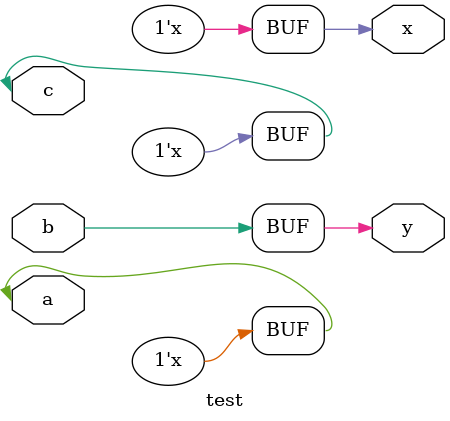
<source format=v>
`timescale 1ns / 1ps
module test(a,b,c,x,y);

input a,b,c;
output x,y; 

reg enable; 

always @(enable) 

	begin 
	
			x<=a; 
		#5 y<=b; 
		#5 c<=y; 
		#5 a<=x;
	
	end 

endmodule





















</source>
